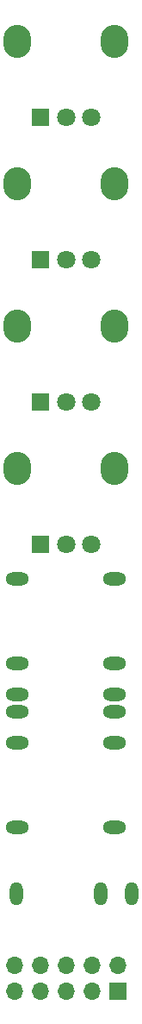
<source format=gbr>
G04 #@! TF.GenerationSoftware,KiCad,Pcbnew,(5.1.10)-1*
G04 #@! TF.CreationDate,2021-05-24T09:12:42+02:00*
G04 #@! TF.ProjectId,4CH Mixer,34434820-4d69-4786-9572-2e6b69636164,rev?*
G04 #@! TF.SameCoordinates,Original*
G04 #@! TF.FileFunction,Soldermask,Top*
G04 #@! TF.FilePolarity,Negative*
%FSLAX46Y46*%
G04 Gerber Fmt 4.6, Leading zero omitted, Abs format (unit mm)*
G04 Created by KiCad (PCBNEW (5.1.10)-1) date 2021-05-24 09:12:42*
%MOMM*%
%LPD*%
G01*
G04 APERTURE LIST*
%ADD10O,1.300000X2.300000*%
%ADD11O,2.300000X1.300000*%
%ADD12O,2.720000X3.240000*%
%ADD13C,1.800000*%
%ADD14R,1.800000X1.800000*%
%ADD15O,1.700000X1.700000*%
%ADD16R,1.700000X1.700000*%
G04 APERTURE END LIST*
D10*
G04 #@! TO.C,J6*
X5080000Y-89535000D03*
X13380000Y-89535000D03*
X16480000Y-89535000D03*
G04 #@! TD*
D11*
G04 #@! TO.C,J4*
X14762500Y-83025000D03*
X14762500Y-74725000D03*
X14762500Y-71625000D03*
G04 #@! TD*
G04 #@! TO.C,J3*
X5237500Y-83025000D03*
X5237500Y-74725000D03*
X5237500Y-71625000D03*
G04 #@! TD*
G04 #@! TO.C,J2*
X14762500Y-58580000D03*
X14762500Y-66880000D03*
X14762500Y-69980000D03*
G04 #@! TD*
G04 #@! TO.C,J1*
X5237500Y-58580000D03*
X5237500Y-66880000D03*
X5237500Y-69980000D03*
G04 #@! TD*
D12*
G04 #@! TO.C,P4*
X5200000Y-47745000D03*
X14800000Y-47745000D03*
D13*
X12500000Y-55245000D03*
X10000000Y-55245000D03*
D14*
X7500000Y-55245000D03*
G04 #@! TD*
D12*
G04 #@! TO.C,P3*
X5200000Y-33775000D03*
X14800000Y-33775000D03*
D13*
X12500000Y-41275000D03*
X10000000Y-41275000D03*
D14*
X7500000Y-41275000D03*
G04 #@! TD*
D12*
G04 #@! TO.C,P2*
X5200000Y-19805000D03*
X14800000Y-19805000D03*
D13*
X12500000Y-27305000D03*
X10000000Y-27305000D03*
D14*
X7500000Y-27305000D03*
G04 #@! TD*
D12*
G04 #@! TO.C,P1*
X5200000Y-5835000D03*
X14800000Y-5835000D03*
D13*
X12500000Y-13335000D03*
X10000000Y-13335000D03*
D14*
X7500000Y-13335000D03*
G04 #@! TD*
D15*
G04 #@! TO.C,J5*
X4920000Y-96520000D03*
X4920000Y-99060000D03*
X7460000Y-96520000D03*
X7460000Y-99060000D03*
X10000000Y-96520000D03*
X10000000Y-99060000D03*
X12540000Y-96520000D03*
X12540000Y-99060000D03*
X15080000Y-96520000D03*
D16*
X15080000Y-99060000D03*
G04 #@! TD*
M02*

</source>
